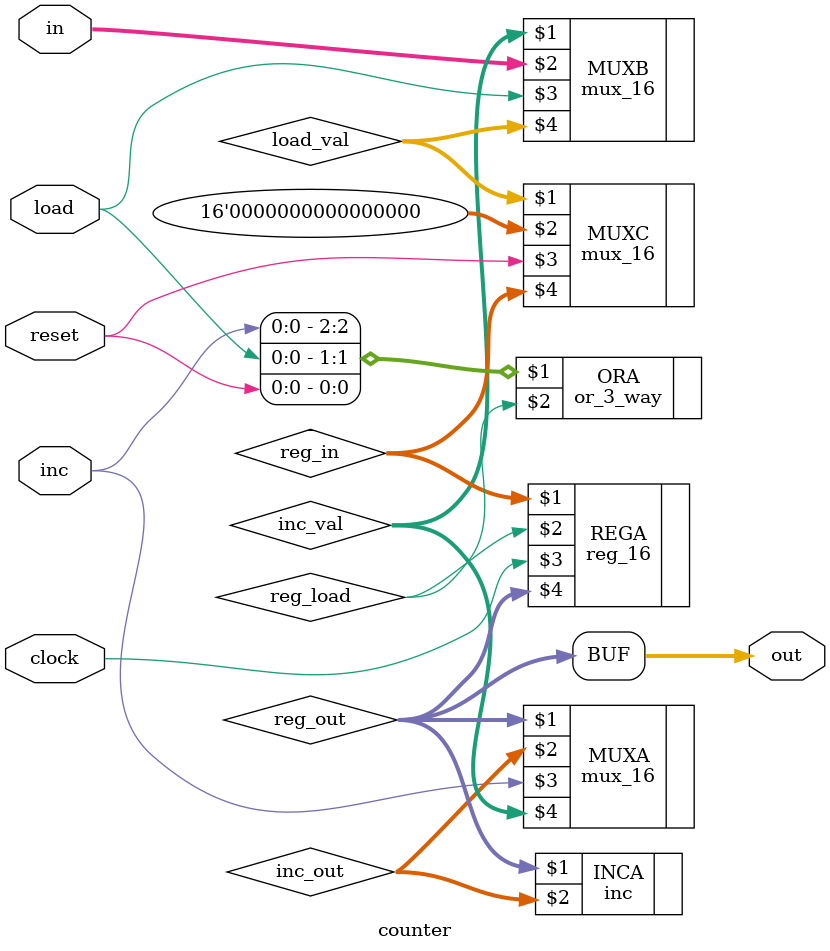
<source format=v>
module counter (input [15:0] in,
                input inc,
                input load,
                input reset,
                input clock,
                output [15:0] out);
    wire [15:0] load_val, inc_val, reg_in, reg_out, inc_out;
    wire reg_load;
    mux_16 MUXA (reg_out, inc_out, inc, inc_val);
    mux_16 MUXB (inc_val, in, load, load_val);
    mux_16 MUXC (load_val, 16'b0, reset, reg_in);
    reg_16 REGA (reg_in, reg_load, clock, reg_out);
    or_3_way ORA ({ inc, load, reset }, reg_load);
    inc INCA (reg_out, inc_out);
    assign out = reg_out;
endmodule

</source>
